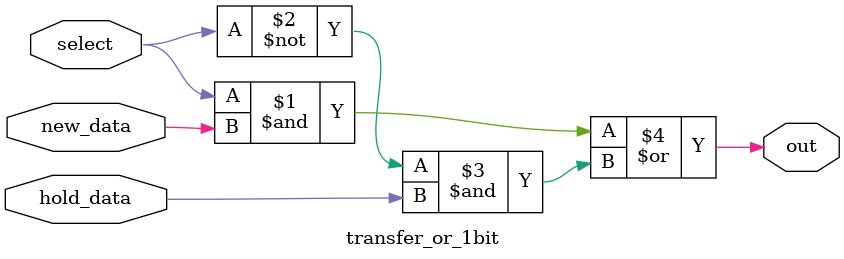
<source format=v>
module transfer_or_1bit(
    input  wire select,      // セレクト信号 (1: new_data, 0: hold_data)
    input  wire new_data,    // 新しいデータ入力
    input  wire hold_data,   // 保持するデータ
    output wire out          // 出力
);

    // ロジック演算
    assign out = (select & new_data) | (~select & hold_data);

endmodule

</source>
